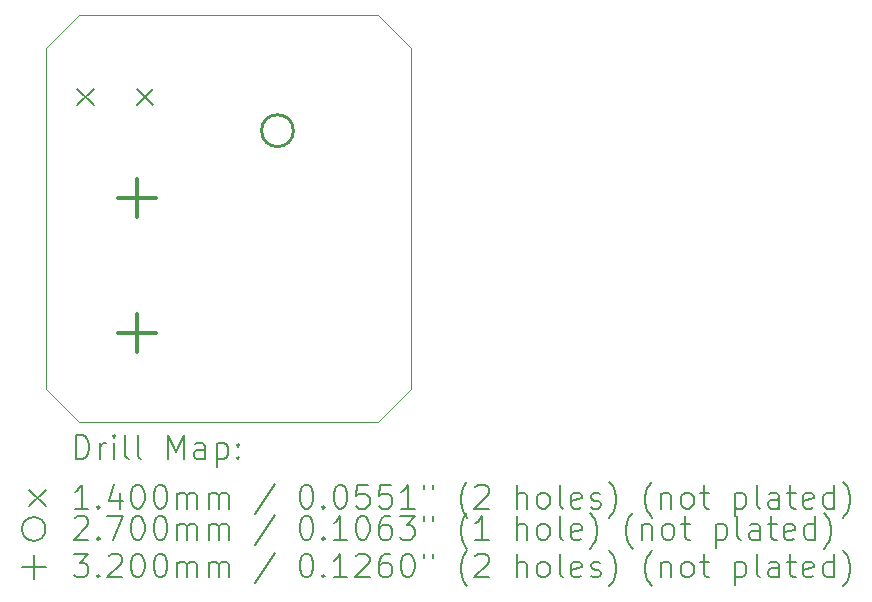
<source format=gbr>
%FSLAX45Y45*%
G04 Gerber Fmt 4.5, Leading zero omitted, Abs format (unit mm)*
G04 Created by KiCad (PCBNEW (6.0.0-0)) date 2023-04-18 12:25:15*
%MOMM*%
%LPD*%
G01*
G04 APERTURE LIST*
%TA.AperFunction,Profile*%
%ADD10C,0.100000*%
%TD*%
%ADD11C,0.200000*%
%ADD12C,0.140000*%
%ADD13C,0.270000*%
%ADD14C,0.320000*%
G04 APERTURE END LIST*
D10*
X2372400Y-5892800D02*
X2093000Y-5613400D01*
X4899700Y-5892800D02*
X5179100Y-5613400D01*
X2372400Y-2451100D02*
X2093000Y-2730500D01*
X5179100Y-2730500D02*
X5179100Y-5613400D01*
X4899700Y-2451100D02*
X2372400Y-2451100D01*
X2093000Y-5613400D02*
X2093000Y-2730500D01*
X4899700Y-2451100D02*
X5179100Y-2730500D01*
X4899700Y-5892800D02*
X2372400Y-5892800D01*
D11*
D12*
X2358000Y-3075200D02*
X2498000Y-3215200D01*
X2498000Y-3075200D02*
X2358000Y-3215200D01*
X2858000Y-3075200D02*
X2998000Y-3215200D01*
X2998000Y-3075200D02*
X2858000Y-3215200D01*
D13*
X4186300Y-3429000D02*
G75*
G03*
X4186300Y-3429000I-135000J0D01*
G01*
D14*
X2859500Y-3840500D02*
X2859500Y-4160500D01*
X2699500Y-4000500D02*
X3019500Y-4000500D01*
X2859500Y-4983500D02*
X2859500Y-5303500D01*
X2699500Y-5143500D02*
X3019500Y-5143500D01*
D11*
X2345619Y-6208276D02*
X2345619Y-6008276D01*
X2393238Y-6008276D01*
X2421810Y-6017800D01*
X2440857Y-6036848D01*
X2450381Y-6055895D01*
X2459905Y-6093990D01*
X2459905Y-6122562D01*
X2450381Y-6160657D01*
X2440857Y-6179705D01*
X2421810Y-6198752D01*
X2393238Y-6208276D01*
X2345619Y-6208276D01*
X2545619Y-6208276D02*
X2545619Y-6074943D01*
X2545619Y-6113038D02*
X2555143Y-6093990D01*
X2564667Y-6084467D01*
X2583714Y-6074943D01*
X2602762Y-6074943D01*
X2669429Y-6208276D02*
X2669429Y-6074943D01*
X2669429Y-6008276D02*
X2659905Y-6017800D01*
X2669429Y-6027324D01*
X2678952Y-6017800D01*
X2669429Y-6008276D01*
X2669429Y-6027324D01*
X2793238Y-6208276D02*
X2774190Y-6198752D01*
X2764667Y-6179705D01*
X2764667Y-6008276D01*
X2898000Y-6208276D02*
X2878952Y-6198752D01*
X2869428Y-6179705D01*
X2869428Y-6008276D01*
X3126571Y-6208276D02*
X3126571Y-6008276D01*
X3193238Y-6151133D01*
X3259905Y-6008276D01*
X3259905Y-6208276D01*
X3440857Y-6208276D02*
X3440857Y-6103514D01*
X3431333Y-6084467D01*
X3412286Y-6074943D01*
X3374190Y-6074943D01*
X3355143Y-6084467D01*
X3440857Y-6198752D02*
X3421809Y-6208276D01*
X3374190Y-6208276D01*
X3355143Y-6198752D01*
X3345619Y-6179705D01*
X3345619Y-6160657D01*
X3355143Y-6141609D01*
X3374190Y-6132086D01*
X3421809Y-6132086D01*
X3440857Y-6122562D01*
X3536095Y-6074943D02*
X3536095Y-6274943D01*
X3536095Y-6084467D02*
X3555143Y-6074943D01*
X3593238Y-6074943D01*
X3612286Y-6084467D01*
X3621809Y-6093990D01*
X3631333Y-6113038D01*
X3631333Y-6170181D01*
X3621809Y-6189228D01*
X3612286Y-6198752D01*
X3593238Y-6208276D01*
X3555143Y-6208276D01*
X3536095Y-6198752D01*
X3717048Y-6189228D02*
X3726571Y-6198752D01*
X3717048Y-6208276D01*
X3707524Y-6198752D01*
X3717048Y-6189228D01*
X3717048Y-6208276D01*
X3717048Y-6084467D02*
X3726571Y-6093990D01*
X3717048Y-6103514D01*
X3707524Y-6093990D01*
X3717048Y-6084467D01*
X3717048Y-6103514D01*
D12*
X1948000Y-6467800D02*
X2088000Y-6607800D01*
X2088000Y-6467800D02*
X1948000Y-6607800D01*
D11*
X2450381Y-6628276D02*
X2336095Y-6628276D01*
X2393238Y-6628276D02*
X2393238Y-6428276D01*
X2374190Y-6456848D01*
X2355143Y-6475895D01*
X2336095Y-6485419D01*
X2536095Y-6609228D02*
X2545619Y-6618752D01*
X2536095Y-6628276D01*
X2526571Y-6618752D01*
X2536095Y-6609228D01*
X2536095Y-6628276D01*
X2717048Y-6494943D02*
X2717048Y-6628276D01*
X2669429Y-6418752D02*
X2621810Y-6561609D01*
X2745619Y-6561609D01*
X2859905Y-6428276D02*
X2878952Y-6428276D01*
X2898000Y-6437800D01*
X2907524Y-6447324D01*
X2917048Y-6466371D01*
X2926571Y-6504467D01*
X2926571Y-6552086D01*
X2917048Y-6590181D01*
X2907524Y-6609228D01*
X2898000Y-6618752D01*
X2878952Y-6628276D01*
X2859905Y-6628276D01*
X2840857Y-6618752D01*
X2831333Y-6609228D01*
X2821809Y-6590181D01*
X2812286Y-6552086D01*
X2812286Y-6504467D01*
X2821809Y-6466371D01*
X2831333Y-6447324D01*
X2840857Y-6437800D01*
X2859905Y-6428276D01*
X3050381Y-6428276D02*
X3069428Y-6428276D01*
X3088476Y-6437800D01*
X3098000Y-6447324D01*
X3107524Y-6466371D01*
X3117048Y-6504467D01*
X3117048Y-6552086D01*
X3107524Y-6590181D01*
X3098000Y-6609228D01*
X3088476Y-6618752D01*
X3069428Y-6628276D01*
X3050381Y-6628276D01*
X3031333Y-6618752D01*
X3021809Y-6609228D01*
X3012286Y-6590181D01*
X3002762Y-6552086D01*
X3002762Y-6504467D01*
X3012286Y-6466371D01*
X3021809Y-6447324D01*
X3031333Y-6437800D01*
X3050381Y-6428276D01*
X3202762Y-6628276D02*
X3202762Y-6494943D01*
X3202762Y-6513990D02*
X3212286Y-6504467D01*
X3231333Y-6494943D01*
X3259905Y-6494943D01*
X3278952Y-6504467D01*
X3288476Y-6523514D01*
X3288476Y-6628276D01*
X3288476Y-6523514D02*
X3298000Y-6504467D01*
X3317048Y-6494943D01*
X3345619Y-6494943D01*
X3364667Y-6504467D01*
X3374190Y-6523514D01*
X3374190Y-6628276D01*
X3469428Y-6628276D02*
X3469428Y-6494943D01*
X3469428Y-6513990D02*
X3478952Y-6504467D01*
X3498000Y-6494943D01*
X3526571Y-6494943D01*
X3545619Y-6504467D01*
X3555143Y-6523514D01*
X3555143Y-6628276D01*
X3555143Y-6523514D02*
X3564667Y-6504467D01*
X3583714Y-6494943D01*
X3612286Y-6494943D01*
X3631333Y-6504467D01*
X3640857Y-6523514D01*
X3640857Y-6628276D01*
X4031333Y-6418752D02*
X3859905Y-6675895D01*
X4288476Y-6428276D02*
X4307524Y-6428276D01*
X4326571Y-6437800D01*
X4336095Y-6447324D01*
X4345619Y-6466371D01*
X4355143Y-6504467D01*
X4355143Y-6552086D01*
X4345619Y-6590181D01*
X4336095Y-6609228D01*
X4326571Y-6618752D01*
X4307524Y-6628276D01*
X4288476Y-6628276D01*
X4269429Y-6618752D01*
X4259905Y-6609228D01*
X4250381Y-6590181D01*
X4240857Y-6552086D01*
X4240857Y-6504467D01*
X4250381Y-6466371D01*
X4259905Y-6447324D01*
X4269429Y-6437800D01*
X4288476Y-6428276D01*
X4440857Y-6609228D02*
X4450381Y-6618752D01*
X4440857Y-6628276D01*
X4431333Y-6618752D01*
X4440857Y-6609228D01*
X4440857Y-6628276D01*
X4574190Y-6428276D02*
X4593238Y-6428276D01*
X4612286Y-6437800D01*
X4621810Y-6447324D01*
X4631333Y-6466371D01*
X4640857Y-6504467D01*
X4640857Y-6552086D01*
X4631333Y-6590181D01*
X4621810Y-6609228D01*
X4612286Y-6618752D01*
X4593238Y-6628276D01*
X4574190Y-6628276D01*
X4555143Y-6618752D01*
X4545619Y-6609228D01*
X4536095Y-6590181D01*
X4526571Y-6552086D01*
X4526571Y-6504467D01*
X4536095Y-6466371D01*
X4545619Y-6447324D01*
X4555143Y-6437800D01*
X4574190Y-6428276D01*
X4821810Y-6428276D02*
X4726571Y-6428276D01*
X4717048Y-6523514D01*
X4726571Y-6513990D01*
X4745619Y-6504467D01*
X4793238Y-6504467D01*
X4812286Y-6513990D01*
X4821810Y-6523514D01*
X4831333Y-6542562D01*
X4831333Y-6590181D01*
X4821810Y-6609228D01*
X4812286Y-6618752D01*
X4793238Y-6628276D01*
X4745619Y-6628276D01*
X4726571Y-6618752D01*
X4717048Y-6609228D01*
X5012286Y-6428276D02*
X4917048Y-6428276D01*
X4907524Y-6523514D01*
X4917048Y-6513990D01*
X4936095Y-6504467D01*
X4983714Y-6504467D01*
X5002762Y-6513990D01*
X5012286Y-6523514D01*
X5021810Y-6542562D01*
X5021810Y-6590181D01*
X5012286Y-6609228D01*
X5002762Y-6618752D01*
X4983714Y-6628276D01*
X4936095Y-6628276D01*
X4917048Y-6618752D01*
X4907524Y-6609228D01*
X5212286Y-6628276D02*
X5098000Y-6628276D01*
X5155143Y-6628276D02*
X5155143Y-6428276D01*
X5136095Y-6456848D01*
X5117048Y-6475895D01*
X5098000Y-6485419D01*
X5288476Y-6428276D02*
X5288476Y-6466371D01*
X5364667Y-6428276D02*
X5364667Y-6466371D01*
X5659905Y-6704467D02*
X5650381Y-6694943D01*
X5631333Y-6666371D01*
X5621809Y-6647324D01*
X5612286Y-6618752D01*
X5602762Y-6571133D01*
X5602762Y-6533038D01*
X5612286Y-6485419D01*
X5621809Y-6456848D01*
X5631333Y-6437800D01*
X5650381Y-6409228D01*
X5659905Y-6399705D01*
X5726571Y-6447324D02*
X5736095Y-6437800D01*
X5755143Y-6428276D01*
X5802762Y-6428276D01*
X5821809Y-6437800D01*
X5831333Y-6447324D01*
X5840857Y-6466371D01*
X5840857Y-6485419D01*
X5831333Y-6513990D01*
X5717048Y-6628276D01*
X5840857Y-6628276D01*
X6078952Y-6628276D02*
X6078952Y-6428276D01*
X6164667Y-6628276D02*
X6164667Y-6523514D01*
X6155143Y-6504467D01*
X6136095Y-6494943D01*
X6107524Y-6494943D01*
X6088476Y-6504467D01*
X6078952Y-6513990D01*
X6288476Y-6628276D02*
X6269428Y-6618752D01*
X6259905Y-6609228D01*
X6250381Y-6590181D01*
X6250381Y-6533038D01*
X6259905Y-6513990D01*
X6269428Y-6504467D01*
X6288476Y-6494943D01*
X6317048Y-6494943D01*
X6336095Y-6504467D01*
X6345619Y-6513990D01*
X6355143Y-6533038D01*
X6355143Y-6590181D01*
X6345619Y-6609228D01*
X6336095Y-6618752D01*
X6317048Y-6628276D01*
X6288476Y-6628276D01*
X6469428Y-6628276D02*
X6450381Y-6618752D01*
X6440857Y-6599705D01*
X6440857Y-6428276D01*
X6621809Y-6618752D02*
X6602762Y-6628276D01*
X6564667Y-6628276D01*
X6545619Y-6618752D01*
X6536095Y-6599705D01*
X6536095Y-6523514D01*
X6545619Y-6504467D01*
X6564667Y-6494943D01*
X6602762Y-6494943D01*
X6621809Y-6504467D01*
X6631333Y-6523514D01*
X6631333Y-6542562D01*
X6536095Y-6561609D01*
X6707524Y-6618752D02*
X6726571Y-6628276D01*
X6764667Y-6628276D01*
X6783714Y-6618752D01*
X6793238Y-6599705D01*
X6793238Y-6590181D01*
X6783714Y-6571133D01*
X6764667Y-6561609D01*
X6736095Y-6561609D01*
X6717048Y-6552086D01*
X6707524Y-6533038D01*
X6707524Y-6523514D01*
X6717048Y-6504467D01*
X6736095Y-6494943D01*
X6764667Y-6494943D01*
X6783714Y-6504467D01*
X6859905Y-6704467D02*
X6869428Y-6694943D01*
X6888476Y-6666371D01*
X6898000Y-6647324D01*
X6907524Y-6618752D01*
X6917048Y-6571133D01*
X6917048Y-6533038D01*
X6907524Y-6485419D01*
X6898000Y-6456848D01*
X6888476Y-6437800D01*
X6869428Y-6409228D01*
X6859905Y-6399705D01*
X7221809Y-6704467D02*
X7212286Y-6694943D01*
X7193238Y-6666371D01*
X7183714Y-6647324D01*
X7174190Y-6618752D01*
X7164667Y-6571133D01*
X7164667Y-6533038D01*
X7174190Y-6485419D01*
X7183714Y-6456848D01*
X7193238Y-6437800D01*
X7212286Y-6409228D01*
X7221809Y-6399705D01*
X7298000Y-6494943D02*
X7298000Y-6628276D01*
X7298000Y-6513990D02*
X7307524Y-6504467D01*
X7326571Y-6494943D01*
X7355143Y-6494943D01*
X7374190Y-6504467D01*
X7383714Y-6523514D01*
X7383714Y-6628276D01*
X7507524Y-6628276D02*
X7488476Y-6618752D01*
X7478952Y-6609228D01*
X7469428Y-6590181D01*
X7469428Y-6533038D01*
X7478952Y-6513990D01*
X7488476Y-6504467D01*
X7507524Y-6494943D01*
X7536095Y-6494943D01*
X7555143Y-6504467D01*
X7564667Y-6513990D01*
X7574190Y-6533038D01*
X7574190Y-6590181D01*
X7564667Y-6609228D01*
X7555143Y-6618752D01*
X7536095Y-6628276D01*
X7507524Y-6628276D01*
X7631333Y-6494943D02*
X7707524Y-6494943D01*
X7659905Y-6428276D02*
X7659905Y-6599705D01*
X7669428Y-6618752D01*
X7688476Y-6628276D01*
X7707524Y-6628276D01*
X7926571Y-6494943D02*
X7926571Y-6694943D01*
X7926571Y-6504467D02*
X7945619Y-6494943D01*
X7983714Y-6494943D01*
X8002762Y-6504467D01*
X8012286Y-6513990D01*
X8021809Y-6533038D01*
X8021809Y-6590181D01*
X8012286Y-6609228D01*
X8002762Y-6618752D01*
X7983714Y-6628276D01*
X7945619Y-6628276D01*
X7926571Y-6618752D01*
X8136095Y-6628276D02*
X8117048Y-6618752D01*
X8107524Y-6599705D01*
X8107524Y-6428276D01*
X8298000Y-6628276D02*
X8298000Y-6523514D01*
X8288476Y-6504467D01*
X8269428Y-6494943D01*
X8231333Y-6494943D01*
X8212286Y-6504467D01*
X8298000Y-6618752D02*
X8278952Y-6628276D01*
X8231333Y-6628276D01*
X8212286Y-6618752D01*
X8202762Y-6599705D01*
X8202762Y-6580657D01*
X8212286Y-6561609D01*
X8231333Y-6552086D01*
X8278952Y-6552086D01*
X8298000Y-6542562D01*
X8364667Y-6494943D02*
X8440857Y-6494943D01*
X8393238Y-6428276D02*
X8393238Y-6599705D01*
X8402762Y-6618752D01*
X8421810Y-6628276D01*
X8440857Y-6628276D01*
X8583714Y-6618752D02*
X8564667Y-6628276D01*
X8526571Y-6628276D01*
X8507524Y-6618752D01*
X8498000Y-6599705D01*
X8498000Y-6523514D01*
X8507524Y-6504467D01*
X8526571Y-6494943D01*
X8564667Y-6494943D01*
X8583714Y-6504467D01*
X8593238Y-6523514D01*
X8593238Y-6542562D01*
X8498000Y-6561609D01*
X8764667Y-6628276D02*
X8764667Y-6428276D01*
X8764667Y-6618752D02*
X8745619Y-6628276D01*
X8707524Y-6628276D01*
X8688476Y-6618752D01*
X8678952Y-6609228D01*
X8669429Y-6590181D01*
X8669429Y-6533038D01*
X8678952Y-6513990D01*
X8688476Y-6504467D01*
X8707524Y-6494943D01*
X8745619Y-6494943D01*
X8764667Y-6504467D01*
X8840857Y-6704467D02*
X8850381Y-6694943D01*
X8869429Y-6666371D01*
X8878952Y-6647324D01*
X8888476Y-6618752D01*
X8898000Y-6571133D01*
X8898000Y-6533038D01*
X8888476Y-6485419D01*
X8878952Y-6456848D01*
X8869429Y-6437800D01*
X8850381Y-6409228D01*
X8840857Y-6399705D01*
X2088000Y-6801800D02*
G75*
G03*
X2088000Y-6801800I-100000J0D01*
G01*
X2336095Y-6711324D02*
X2345619Y-6701800D01*
X2364667Y-6692276D01*
X2412286Y-6692276D01*
X2431333Y-6701800D01*
X2440857Y-6711324D01*
X2450381Y-6730371D01*
X2450381Y-6749419D01*
X2440857Y-6777990D01*
X2326571Y-6892276D01*
X2450381Y-6892276D01*
X2536095Y-6873228D02*
X2545619Y-6882752D01*
X2536095Y-6892276D01*
X2526571Y-6882752D01*
X2536095Y-6873228D01*
X2536095Y-6892276D01*
X2612286Y-6692276D02*
X2745619Y-6692276D01*
X2659905Y-6892276D01*
X2859905Y-6692276D02*
X2878952Y-6692276D01*
X2898000Y-6701800D01*
X2907524Y-6711324D01*
X2917048Y-6730371D01*
X2926571Y-6768467D01*
X2926571Y-6816086D01*
X2917048Y-6854181D01*
X2907524Y-6873228D01*
X2898000Y-6882752D01*
X2878952Y-6892276D01*
X2859905Y-6892276D01*
X2840857Y-6882752D01*
X2831333Y-6873228D01*
X2821809Y-6854181D01*
X2812286Y-6816086D01*
X2812286Y-6768467D01*
X2821809Y-6730371D01*
X2831333Y-6711324D01*
X2840857Y-6701800D01*
X2859905Y-6692276D01*
X3050381Y-6692276D02*
X3069428Y-6692276D01*
X3088476Y-6701800D01*
X3098000Y-6711324D01*
X3107524Y-6730371D01*
X3117048Y-6768467D01*
X3117048Y-6816086D01*
X3107524Y-6854181D01*
X3098000Y-6873228D01*
X3088476Y-6882752D01*
X3069428Y-6892276D01*
X3050381Y-6892276D01*
X3031333Y-6882752D01*
X3021809Y-6873228D01*
X3012286Y-6854181D01*
X3002762Y-6816086D01*
X3002762Y-6768467D01*
X3012286Y-6730371D01*
X3021809Y-6711324D01*
X3031333Y-6701800D01*
X3050381Y-6692276D01*
X3202762Y-6892276D02*
X3202762Y-6758943D01*
X3202762Y-6777990D02*
X3212286Y-6768467D01*
X3231333Y-6758943D01*
X3259905Y-6758943D01*
X3278952Y-6768467D01*
X3288476Y-6787514D01*
X3288476Y-6892276D01*
X3288476Y-6787514D02*
X3298000Y-6768467D01*
X3317048Y-6758943D01*
X3345619Y-6758943D01*
X3364667Y-6768467D01*
X3374190Y-6787514D01*
X3374190Y-6892276D01*
X3469428Y-6892276D02*
X3469428Y-6758943D01*
X3469428Y-6777990D02*
X3478952Y-6768467D01*
X3498000Y-6758943D01*
X3526571Y-6758943D01*
X3545619Y-6768467D01*
X3555143Y-6787514D01*
X3555143Y-6892276D01*
X3555143Y-6787514D02*
X3564667Y-6768467D01*
X3583714Y-6758943D01*
X3612286Y-6758943D01*
X3631333Y-6768467D01*
X3640857Y-6787514D01*
X3640857Y-6892276D01*
X4031333Y-6682752D02*
X3859905Y-6939895D01*
X4288476Y-6692276D02*
X4307524Y-6692276D01*
X4326571Y-6701800D01*
X4336095Y-6711324D01*
X4345619Y-6730371D01*
X4355143Y-6768467D01*
X4355143Y-6816086D01*
X4345619Y-6854181D01*
X4336095Y-6873228D01*
X4326571Y-6882752D01*
X4307524Y-6892276D01*
X4288476Y-6892276D01*
X4269429Y-6882752D01*
X4259905Y-6873228D01*
X4250381Y-6854181D01*
X4240857Y-6816086D01*
X4240857Y-6768467D01*
X4250381Y-6730371D01*
X4259905Y-6711324D01*
X4269429Y-6701800D01*
X4288476Y-6692276D01*
X4440857Y-6873228D02*
X4450381Y-6882752D01*
X4440857Y-6892276D01*
X4431333Y-6882752D01*
X4440857Y-6873228D01*
X4440857Y-6892276D01*
X4640857Y-6892276D02*
X4526571Y-6892276D01*
X4583714Y-6892276D02*
X4583714Y-6692276D01*
X4564667Y-6720848D01*
X4545619Y-6739895D01*
X4526571Y-6749419D01*
X4764667Y-6692276D02*
X4783714Y-6692276D01*
X4802762Y-6701800D01*
X4812286Y-6711324D01*
X4821810Y-6730371D01*
X4831333Y-6768467D01*
X4831333Y-6816086D01*
X4821810Y-6854181D01*
X4812286Y-6873228D01*
X4802762Y-6882752D01*
X4783714Y-6892276D01*
X4764667Y-6892276D01*
X4745619Y-6882752D01*
X4736095Y-6873228D01*
X4726571Y-6854181D01*
X4717048Y-6816086D01*
X4717048Y-6768467D01*
X4726571Y-6730371D01*
X4736095Y-6711324D01*
X4745619Y-6701800D01*
X4764667Y-6692276D01*
X5002762Y-6692276D02*
X4964667Y-6692276D01*
X4945619Y-6701800D01*
X4936095Y-6711324D01*
X4917048Y-6739895D01*
X4907524Y-6777990D01*
X4907524Y-6854181D01*
X4917048Y-6873228D01*
X4926571Y-6882752D01*
X4945619Y-6892276D01*
X4983714Y-6892276D01*
X5002762Y-6882752D01*
X5012286Y-6873228D01*
X5021810Y-6854181D01*
X5021810Y-6806562D01*
X5012286Y-6787514D01*
X5002762Y-6777990D01*
X4983714Y-6768467D01*
X4945619Y-6768467D01*
X4926571Y-6777990D01*
X4917048Y-6787514D01*
X4907524Y-6806562D01*
X5088476Y-6692276D02*
X5212286Y-6692276D01*
X5145619Y-6768467D01*
X5174190Y-6768467D01*
X5193238Y-6777990D01*
X5202762Y-6787514D01*
X5212286Y-6806562D01*
X5212286Y-6854181D01*
X5202762Y-6873228D01*
X5193238Y-6882752D01*
X5174190Y-6892276D01*
X5117048Y-6892276D01*
X5098000Y-6882752D01*
X5088476Y-6873228D01*
X5288476Y-6692276D02*
X5288476Y-6730371D01*
X5364667Y-6692276D02*
X5364667Y-6730371D01*
X5659905Y-6968467D02*
X5650381Y-6958943D01*
X5631333Y-6930371D01*
X5621809Y-6911324D01*
X5612286Y-6882752D01*
X5602762Y-6835133D01*
X5602762Y-6797038D01*
X5612286Y-6749419D01*
X5621809Y-6720848D01*
X5631333Y-6701800D01*
X5650381Y-6673228D01*
X5659905Y-6663705D01*
X5840857Y-6892276D02*
X5726571Y-6892276D01*
X5783714Y-6892276D02*
X5783714Y-6692276D01*
X5764667Y-6720848D01*
X5745619Y-6739895D01*
X5726571Y-6749419D01*
X6078952Y-6892276D02*
X6078952Y-6692276D01*
X6164667Y-6892276D02*
X6164667Y-6787514D01*
X6155143Y-6768467D01*
X6136095Y-6758943D01*
X6107524Y-6758943D01*
X6088476Y-6768467D01*
X6078952Y-6777990D01*
X6288476Y-6892276D02*
X6269428Y-6882752D01*
X6259905Y-6873228D01*
X6250381Y-6854181D01*
X6250381Y-6797038D01*
X6259905Y-6777990D01*
X6269428Y-6768467D01*
X6288476Y-6758943D01*
X6317048Y-6758943D01*
X6336095Y-6768467D01*
X6345619Y-6777990D01*
X6355143Y-6797038D01*
X6355143Y-6854181D01*
X6345619Y-6873228D01*
X6336095Y-6882752D01*
X6317048Y-6892276D01*
X6288476Y-6892276D01*
X6469428Y-6892276D02*
X6450381Y-6882752D01*
X6440857Y-6863705D01*
X6440857Y-6692276D01*
X6621809Y-6882752D02*
X6602762Y-6892276D01*
X6564667Y-6892276D01*
X6545619Y-6882752D01*
X6536095Y-6863705D01*
X6536095Y-6787514D01*
X6545619Y-6768467D01*
X6564667Y-6758943D01*
X6602762Y-6758943D01*
X6621809Y-6768467D01*
X6631333Y-6787514D01*
X6631333Y-6806562D01*
X6536095Y-6825609D01*
X6698000Y-6968467D02*
X6707524Y-6958943D01*
X6726571Y-6930371D01*
X6736095Y-6911324D01*
X6745619Y-6882752D01*
X6755143Y-6835133D01*
X6755143Y-6797038D01*
X6745619Y-6749419D01*
X6736095Y-6720848D01*
X6726571Y-6701800D01*
X6707524Y-6673228D01*
X6698000Y-6663705D01*
X7059905Y-6968467D02*
X7050381Y-6958943D01*
X7031333Y-6930371D01*
X7021809Y-6911324D01*
X7012286Y-6882752D01*
X7002762Y-6835133D01*
X7002762Y-6797038D01*
X7012286Y-6749419D01*
X7021809Y-6720848D01*
X7031333Y-6701800D01*
X7050381Y-6673228D01*
X7059905Y-6663705D01*
X7136095Y-6758943D02*
X7136095Y-6892276D01*
X7136095Y-6777990D02*
X7145619Y-6768467D01*
X7164667Y-6758943D01*
X7193238Y-6758943D01*
X7212286Y-6768467D01*
X7221809Y-6787514D01*
X7221809Y-6892276D01*
X7345619Y-6892276D02*
X7326571Y-6882752D01*
X7317048Y-6873228D01*
X7307524Y-6854181D01*
X7307524Y-6797038D01*
X7317048Y-6777990D01*
X7326571Y-6768467D01*
X7345619Y-6758943D01*
X7374190Y-6758943D01*
X7393238Y-6768467D01*
X7402762Y-6777990D01*
X7412286Y-6797038D01*
X7412286Y-6854181D01*
X7402762Y-6873228D01*
X7393238Y-6882752D01*
X7374190Y-6892276D01*
X7345619Y-6892276D01*
X7469428Y-6758943D02*
X7545619Y-6758943D01*
X7498000Y-6692276D02*
X7498000Y-6863705D01*
X7507524Y-6882752D01*
X7526571Y-6892276D01*
X7545619Y-6892276D01*
X7764667Y-6758943D02*
X7764667Y-6958943D01*
X7764667Y-6768467D02*
X7783714Y-6758943D01*
X7821809Y-6758943D01*
X7840857Y-6768467D01*
X7850381Y-6777990D01*
X7859905Y-6797038D01*
X7859905Y-6854181D01*
X7850381Y-6873228D01*
X7840857Y-6882752D01*
X7821809Y-6892276D01*
X7783714Y-6892276D01*
X7764667Y-6882752D01*
X7974190Y-6892276D02*
X7955143Y-6882752D01*
X7945619Y-6863705D01*
X7945619Y-6692276D01*
X8136095Y-6892276D02*
X8136095Y-6787514D01*
X8126571Y-6768467D01*
X8107524Y-6758943D01*
X8069428Y-6758943D01*
X8050381Y-6768467D01*
X8136095Y-6882752D02*
X8117048Y-6892276D01*
X8069428Y-6892276D01*
X8050381Y-6882752D01*
X8040857Y-6863705D01*
X8040857Y-6844657D01*
X8050381Y-6825609D01*
X8069428Y-6816086D01*
X8117048Y-6816086D01*
X8136095Y-6806562D01*
X8202762Y-6758943D02*
X8278952Y-6758943D01*
X8231333Y-6692276D02*
X8231333Y-6863705D01*
X8240857Y-6882752D01*
X8259905Y-6892276D01*
X8278952Y-6892276D01*
X8421810Y-6882752D02*
X8402762Y-6892276D01*
X8364667Y-6892276D01*
X8345619Y-6882752D01*
X8336095Y-6863705D01*
X8336095Y-6787514D01*
X8345619Y-6768467D01*
X8364667Y-6758943D01*
X8402762Y-6758943D01*
X8421810Y-6768467D01*
X8431333Y-6787514D01*
X8431333Y-6806562D01*
X8336095Y-6825609D01*
X8602762Y-6892276D02*
X8602762Y-6692276D01*
X8602762Y-6882752D02*
X8583714Y-6892276D01*
X8545619Y-6892276D01*
X8526571Y-6882752D01*
X8517048Y-6873228D01*
X8507524Y-6854181D01*
X8507524Y-6797038D01*
X8517048Y-6777990D01*
X8526571Y-6768467D01*
X8545619Y-6758943D01*
X8583714Y-6758943D01*
X8602762Y-6768467D01*
X8678952Y-6968467D02*
X8688476Y-6958943D01*
X8707524Y-6930371D01*
X8717048Y-6911324D01*
X8726571Y-6882752D01*
X8736095Y-6835133D01*
X8736095Y-6797038D01*
X8726571Y-6749419D01*
X8717048Y-6720848D01*
X8707524Y-6701800D01*
X8688476Y-6673228D01*
X8678952Y-6663705D01*
X1988000Y-7021800D02*
X1988000Y-7221800D01*
X1888000Y-7121800D02*
X2088000Y-7121800D01*
X2326571Y-7012276D02*
X2450381Y-7012276D01*
X2383714Y-7088467D01*
X2412286Y-7088467D01*
X2431333Y-7097990D01*
X2440857Y-7107514D01*
X2450381Y-7126562D01*
X2450381Y-7174181D01*
X2440857Y-7193228D01*
X2431333Y-7202752D01*
X2412286Y-7212276D01*
X2355143Y-7212276D01*
X2336095Y-7202752D01*
X2326571Y-7193228D01*
X2536095Y-7193228D02*
X2545619Y-7202752D01*
X2536095Y-7212276D01*
X2526571Y-7202752D01*
X2536095Y-7193228D01*
X2536095Y-7212276D01*
X2621810Y-7031324D02*
X2631333Y-7021800D01*
X2650381Y-7012276D01*
X2698000Y-7012276D01*
X2717048Y-7021800D01*
X2726571Y-7031324D01*
X2736095Y-7050371D01*
X2736095Y-7069419D01*
X2726571Y-7097990D01*
X2612286Y-7212276D01*
X2736095Y-7212276D01*
X2859905Y-7012276D02*
X2878952Y-7012276D01*
X2898000Y-7021800D01*
X2907524Y-7031324D01*
X2917048Y-7050371D01*
X2926571Y-7088467D01*
X2926571Y-7136086D01*
X2917048Y-7174181D01*
X2907524Y-7193228D01*
X2898000Y-7202752D01*
X2878952Y-7212276D01*
X2859905Y-7212276D01*
X2840857Y-7202752D01*
X2831333Y-7193228D01*
X2821809Y-7174181D01*
X2812286Y-7136086D01*
X2812286Y-7088467D01*
X2821809Y-7050371D01*
X2831333Y-7031324D01*
X2840857Y-7021800D01*
X2859905Y-7012276D01*
X3050381Y-7012276D02*
X3069428Y-7012276D01*
X3088476Y-7021800D01*
X3098000Y-7031324D01*
X3107524Y-7050371D01*
X3117048Y-7088467D01*
X3117048Y-7136086D01*
X3107524Y-7174181D01*
X3098000Y-7193228D01*
X3088476Y-7202752D01*
X3069428Y-7212276D01*
X3050381Y-7212276D01*
X3031333Y-7202752D01*
X3021809Y-7193228D01*
X3012286Y-7174181D01*
X3002762Y-7136086D01*
X3002762Y-7088467D01*
X3012286Y-7050371D01*
X3021809Y-7031324D01*
X3031333Y-7021800D01*
X3050381Y-7012276D01*
X3202762Y-7212276D02*
X3202762Y-7078943D01*
X3202762Y-7097990D02*
X3212286Y-7088467D01*
X3231333Y-7078943D01*
X3259905Y-7078943D01*
X3278952Y-7088467D01*
X3288476Y-7107514D01*
X3288476Y-7212276D01*
X3288476Y-7107514D02*
X3298000Y-7088467D01*
X3317048Y-7078943D01*
X3345619Y-7078943D01*
X3364667Y-7088467D01*
X3374190Y-7107514D01*
X3374190Y-7212276D01*
X3469428Y-7212276D02*
X3469428Y-7078943D01*
X3469428Y-7097990D02*
X3478952Y-7088467D01*
X3498000Y-7078943D01*
X3526571Y-7078943D01*
X3545619Y-7088467D01*
X3555143Y-7107514D01*
X3555143Y-7212276D01*
X3555143Y-7107514D02*
X3564667Y-7088467D01*
X3583714Y-7078943D01*
X3612286Y-7078943D01*
X3631333Y-7088467D01*
X3640857Y-7107514D01*
X3640857Y-7212276D01*
X4031333Y-7002752D02*
X3859905Y-7259895D01*
X4288476Y-7012276D02*
X4307524Y-7012276D01*
X4326571Y-7021800D01*
X4336095Y-7031324D01*
X4345619Y-7050371D01*
X4355143Y-7088467D01*
X4355143Y-7136086D01*
X4345619Y-7174181D01*
X4336095Y-7193228D01*
X4326571Y-7202752D01*
X4307524Y-7212276D01*
X4288476Y-7212276D01*
X4269429Y-7202752D01*
X4259905Y-7193228D01*
X4250381Y-7174181D01*
X4240857Y-7136086D01*
X4240857Y-7088467D01*
X4250381Y-7050371D01*
X4259905Y-7031324D01*
X4269429Y-7021800D01*
X4288476Y-7012276D01*
X4440857Y-7193228D02*
X4450381Y-7202752D01*
X4440857Y-7212276D01*
X4431333Y-7202752D01*
X4440857Y-7193228D01*
X4440857Y-7212276D01*
X4640857Y-7212276D02*
X4526571Y-7212276D01*
X4583714Y-7212276D02*
X4583714Y-7012276D01*
X4564667Y-7040848D01*
X4545619Y-7059895D01*
X4526571Y-7069419D01*
X4717048Y-7031324D02*
X4726571Y-7021800D01*
X4745619Y-7012276D01*
X4793238Y-7012276D01*
X4812286Y-7021800D01*
X4821810Y-7031324D01*
X4831333Y-7050371D01*
X4831333Y-7069419D01*
X4821810Y-7097990D01*
X4707524Y-7212276D01*
X4831333Y-7212276D01*
X5002762Y-7012276D02*
X4964667Y-7012276D01*
X4945619Y-7021800D01*
X4936095Y-7031324D01*
X4917048Y-7059895D01*
X4907524Y-7097990D01*
X4907524Y-7174181D01*
X4917048Y-7193228D01*
X4926571Y-7202752D01*
X4945619Y-7212276D01*
X4983714Y-7212276D01*
X5002762Y-7202752D01*
X5012286Y-7193228D01*
X5021810Y-7174181D01*
X5021810Y-7126562D01*
X5012286Y-7107514D01*
X5002762Y-7097990D01*
X4983714Y-7088467D01*
X4945619Y-7088467D01*
X4926571Y-7097990D01*
X4917048Y-7107514D01*
X4907524Y-7126562D01*
X5145619Y-7012276D02*
X5164667Y-7012276D01*
X5183714Y-7021800D01*
X5193238Y-7031324D01*
X5202762Y-7050371D01*
X5212286Y-7088467D01*
X5212286Y-7136086D01*
X5202762Y-7174181D01*
X5193238Y-7193228D01*
X5183714Y-7202752D01*
X5164667Y-7212276D01*
X5145619Y-7212276D01*
X5126571Y-7202752D01*
X5117048Y-7193228D01*
X5107524Y-7174181D01*
X5098000Y-7136086D01*
X5098000Y-7088467D01*
X5107524Y-7050371D01*
X5117048Y-7031324D01*
X5126571Y-7021800D01*
X5145619Y-7012276D01*
X5288476Y-7012276D02*
X5288476Y-7050371D01*
X5364667Y-7012276D02*
X5364667Y-7050371D01*
X5659905Y-7288467D02*
X5650381Y-7278943D01*
X5631333Y-7250371D01*
X5621809Y-7231324D01*
X5612286Y-7202752D01*
X5602762Y-7155133D01*
X5602762Y-7117038D01*
X5612286Y-7069419D01*
X5621809Y-7040848D01*
X5631333Y-7021800D01*
X5650381Y-6993228D01*
X5659905Y-6983705D01*
X5726571Y-7031324D02*
X5736095Y-7021800D01*
X5755143Y-7012276D01*
X5802762Y-7012276D01*
X5821809Y-7021800D01*
X5831333Y-7031324D01*
X5840857Y-7050371D01*
X5840857Y-7069419D01*
X5831333Y-7097990D01*
X5717048Y-7212276D01*
X5840857Y-7212276D01*
X6078952Y-7212276D02*
X6078952Y-7012276D01*
X6164667Y-7212276D02*
X6164667Y-7107514D01*
X6155143Y-7088467D01*
X6136095Y-7078943D01*
X6107524Y-7078943D01*
X6088476Y-7088467D01*
X6078952Y-7097990D01*
X6288476Y-7212276D02*
X6269428Y-7202752D01*
X6259905Y-7193228D01*
X6250381Y-7174181D01*
X6250381Y-7117038D01*
X6259905Y-7097990D01*
X6269428Y-7088467D01*
X6288476Y-7078943D01*
X6317048Y-7078943D01*
X6336095Y-7088467D01*
X6345619Y-7097990D01*
X6355143Y-7117038D01*
X6355143Y-7174181D01*
X6345619Y-7193228D01*
X6336095Y-7202752D01*
X6317048Y-7212276D01*
X6288476Y-7212276D01*
X6469428Y-7212276D02*
X6450381Y-7202752D01*
X6440857Y-7183705D01*
X6440857Y-7012276D01*
X6621809Y-7202752D02*
X6602762Y-7212276D01*
X6564667Y-7212276D01*
X6545619Y-7202752D01*
X6536095Y-7183705D01*
X6536095Y-7107514D01*
X6545619Y-7088467D01*
X6564667Y-7078943D01*
X6602762Y-7078943D01*
X6621809Y-7088467D01*
X6631333Y-7107514D01*
X6631333Y-7126562D01*
X6536095Y-7145609D01*
X6707524Y-7202752D02*
X6726571Y-7212276D01*
X6764667Y-7212276D01*
X6783714Y-7202752D01*
X6793238Y-7183705D01*
X6793238Y-7174181D01*
X6783714Y-7155133D01*
X6764667Y-7145609D01*
X6736095Y-7145609D01*
X6717048Y-7136086D01*
X6707524Y-7117038D01*
X6707524Y-7107514D01*
X6717048Y-7088467D01*
X6736095Y-7078943D01*
X6764667Y-7078943D01*
X6783714Y-7088467D01*
X6859905Y-7288467D02*
X6869428Y-7278943D01*
X6888476Y-7250371D01*
X6898000Y-7231324D01*
X6907524Y-7202752D01*
X6917048Y-7155133D01*
X6917048Y-7117038D01*
X6907524Y-7069419D01*
X6898000Y-7040848D01*
X6888476Y-7021800D01*
X6869428Y-6993228D01*
X6859905Y-6983705D01*
X7221809Y-7288467D02*
X7212286Y-7278943D01*
X7193238Y-7250371D01*
X7183714Y-7231324D01*
X7174190Y-7202752D01*
X7164667Y-7155133D01*
X7164667Y-7117038D01*
X7174190Y-7069419D01*
X7183714Y-7040848D01*
X7193238Y-7021800D01*
X7212286Y-6993228D01*
X7221809Y-6983705D01*
X7298000Y-7078943D02*
X7298000Y-7212276D01*
X7298000Y-7097990D02*
X7307524Y-7088467D01*
X7326571Y-7078943D01*
X7355143Y-7078943D01*
X7374190Y-7088467D01*
X7383714Y-7107514D01*
X7383714Y-7212276D01*
X7507524Y-7212276D02*
X7488476Y-7202752D01*
X7478952Y-7193228D01*
X7469428Y-7174181D01*
X7469428Y-7117038D01*
X7478952Y-7097990D01*
X7488476Y-7088467D01*
X7507524Y-7078943D01*
X7536095Y-7078943D01*
X7555143Y-7088467D01*
X7564667Y-7097990D01*
X7574190Y-7117038D01*
X7574190Y-7174181D01*
X7564667Y-7193228D01*
X7555143Y-7202752D01*
X7536095Y-7212276D01*
X7507524Y-7212276D01*
X7631333Y-7078943D02*
X7707524Y-7078943D01*
X7659905Y-7012276D02*
X7659905Y-7183705D01*
X7669428Y-7202752D01*
X7688476Y-7212276D01*
X7707524Y-7212276D01*
X7926571Y-7078943D02*
X7926571Y-7278943D01*
X7926571Y-7088467D02*
X7945619Y-7078943D01*
X7983714Y-7078943D01*
X8002762Y-7088467D01*
X8012286Y-7097990D01*
X8021809Y-7117038D01*
X8021809Y-7174181D01*
X8012286Y-7193228D01*
X8002762Y-7202752D01*
X7983714Y-7212276D01*
X7945619Y-7212276D01*
X7926571Y-7202752D01*
X8136095Y-7212276D02*
X8117048Y-7202752D01*
X8107524Y-7183705D01*
X8107524Y-7012276D01*
X8298000Y-7212276D02*
X8298000Y-7107514D01*
X8288476Y-7088467D01*
X8269428Y-7078943D01*
X8231333Y-7078943D01*
X8212286Y-7088467D01*
X8298000Y-7202752D02*
X8278952Y-7212276D01*
X8231333Y-7212276D01*
X8212286Y-7202752D01*
X8202762Y-7183705D01*
X8202762Y-7164657D01*
X8212286Y-7145609D01*
X8231333Y-7136086D01*
X8278952Y-7136086D01*
X8298000Y-7126562D01*
X8364667Y-7078943D02*
X8440857Y-7078943D01*
X8393238Y-7012276D02*
X8393238Y-7183705D01*
X8402762Y-7202752D01*
X8421810Y-7212276D01*
X8440857Y-7212276D01*
X8583714Y-7202752D02*
X8564667Y-7212276D01*
X8526571Y-7212276D01*
X8507524Y-7202752D01*
X8498000Y-7183705D01*
X8498000Y-7107514D01*
X8507524Y-7088467D01*
X8526571Y-7078943D01*
X8564667Y-7078943D01*
X8583714Y-7088467D01*
X8593238Y-7107514D01*
X8593238Y-7126562D01*
X8498000Y-7145609D01*
X8764667Y-7212276D02*
X8764667Y-7012276D01*
X8764667Y-7202752D02*
X8745619Y-7212276D01*
X8707524Y-7212276D01*
X8688476Y-7202752D01*
X8678952Y-7193228D01*
X8669429Y-7174181D01*
X8669429Y-7117038D01*
X8678952Y-7097990D01*
X8688476Y-7088467D01*
X8707524Y-7078943D01*
X8745619Y-7078943D01*
X8764667Y-7088467D01*
X8840857Y-7288467D02*
X8850381Y-7278943D01*
X8869429Y-7250371D01*
X8878952Y-7231324D01*
X8888476Y-7202752D01*
X8898000Y-7155133D01*
X8898000Y-7117038D01*
X8888476Y-7069419D01*
X8878952Y-7040848D01*
X8869429Y-7021800D01*
X8850381Y-6993228D01*
X8840857Y-6983705D01*
M02*

</source>
